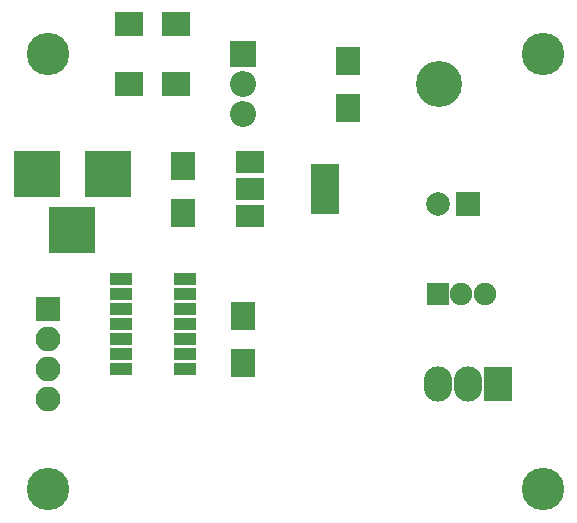
<source format=gbr>
G04 #@! TF.FileFunction,Soldermask,Bot*
%FSLAX46Y46*%
G04 Gerber Fmt 4.6, Leading zero omitted, Abs format (unit mm)*
G04 Created by KiCad (PCBNEW 4.0.7) date Tuesday, February 20, 2018 'PMt' 07:47:19 PM*
%MOMM*%
%LPD*%
G01*
G04 APERTURE LIST*
%ADD10C,0.100000*%
%ADD11C,3.600000*%
%ADD12R,2.000000X2.400000*%
%ADD13R,2.000000X2.000000*%
%ADD14C,2.000000*%
%ADD15R,3.900000X3.900000*%
%ADD16R,2.100000X2.100000*%
%ADD17O,2.100000X2.100000*%
%ADD18R,2.400000X2.100000*%
%ADD19R,2.100000X2.400000*%
%ADD20O,3.900000X3.900000*%
%ADD21R,2.200000X2.200000*%
%ADD22O,2.200000X2.200000*%
%ADD23R,1.900000X1.000000*%
%ADD24R,1.900000X1.900000*%
%ADD25C,1.900000*%
%ADD26R,2.400000X3.000000*%
%ADD27O,2.400000X3.000000*%
%ADD28R,2.400000X4.200000*%
%ADD29R,2.400000X1.900000*%
G04 APERTURE END LIST*
D10*
D11*
X96520000Y-19050000D03*
X54610000Y-19050000D03*
D12*
X80010000Y-19590000D03*
X80010000Y-23590000D03*
D13*
X90170000Y-31750000D03*
D14*
X87670000Y-31750000D03*
D12*
X66040000Y-28480000D03*
X66040000Y-32480000D03*
D15*
X59690000Y-29210000D03*
X53690000Y-29210000D03*
X56690000Y-33910000D03*
D16*
X54610000Y-40640000D03*
D17*
X54610000Y-43180000D03*
X54610000Y-45720000D03*
X54610000Y-48260000D03*
D18*
X65500000Y-21590000D03*
X61500000Y-21590000D03*
X65500000Y-16510000D03*
X61500000Y-16510000D03*
D19*
X71120000Y-45180000D03*
X71120000Y-41180000D03*
D20*
X87780000Y-21590000D03*
D21*
X71120000Y-19050000D03*
D22*
X71120000Y-21590000D03*
X71120000Y-24130000D03*
D23*
X60800000Y-45720000D03*
X60800000Y-44450000D03*
X60800000Y-43180000D03*
X60800000Y-41910000D03*
X60800000Y-40640000D03*
X60800000Y-39370000D03*
X60800000Y-38100000D03*
X66200000Y-38100000D03*
X66200000Y-39370000D03*
X66200000Y-40640000D03*
X66200000Y-41910000D03*
X66200000Y-43180000D03*
X66200000Y-44450000D03*
X66200000Y-45720000D03*
D11*
X96520000Y-55880000D03*
X54610000Y-55880000D03*
D24*
X87630000Y-39370000D03*
D25*
X89630000Y-39370000D03*
X91630000Y-39370000D03*
D26*
X92710000Y-46990000D03*
D27*
X90170000Y-46990000D03*
X87630000Y-46990000D03*
D28*
X78080000Y-30480000D03*
D29*
X71780000Y-30480000D03*
X71780000Y-28180000D03*
X71780000Y-32780000D03*
M02*

</source>
